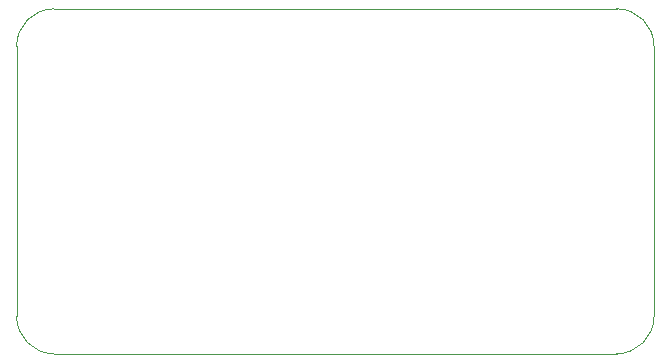
<source format=gm1>
%TF.GenerationSoftware,KiCad,Pcbnew,7.0.7*%
%TF.CreationDate,2023-10-15T17:36:15+02:00*%
%TF.ProjectId,io_expander,696f5f65-7870-4616-9e64-65722e6b6963,1.1*%
%TF.SameCoordinates,PX3c8eee0PY3c8eee0*%
%TF.FileFunction,Profile,NP*%
%FSLAX46Y46*%
G04 Gerber Fmt 4.6, Leading zero omitted, Abs format (unit mm)*
G04 Created by KiCad (PCBNEW 7.0.7) date 2023-10-15 17:36:15*
%MOMM*%
%LPD*%
G01*
G04 APERTURE LIST*
%TA.AperFunction,Profile*%
%ADD10C,0.100000*%
%TD*%
G04 APERTURE END LIST*
D10*
X53975001Y-3175001D02*
X53975002Y-26034999D01*
X3175000Y0D02*
X50800000Y0D01*
X3175000Y0D02*
G75*
G03*
X0Y-3175000I0J-3175000D01*
G01*
X0Y-26034999D02*
G75*
G03*
X3175000Y-29210000I3175000J-1D01*
G01*
X50800000Y-29210002D02*
G75*
G03*
X53975002Y-26034999I0J3175002D01*
G01*
X53975000Y-3175001D02*
G75*
G03*
X50800000Y0I-3175000J1D01*
G01*
X3175000Y-29210000D02*
X50800000Y-29210000D01*
X0Y-3175000D02*
X-1Y-26034999D01*
M02*

</source>
